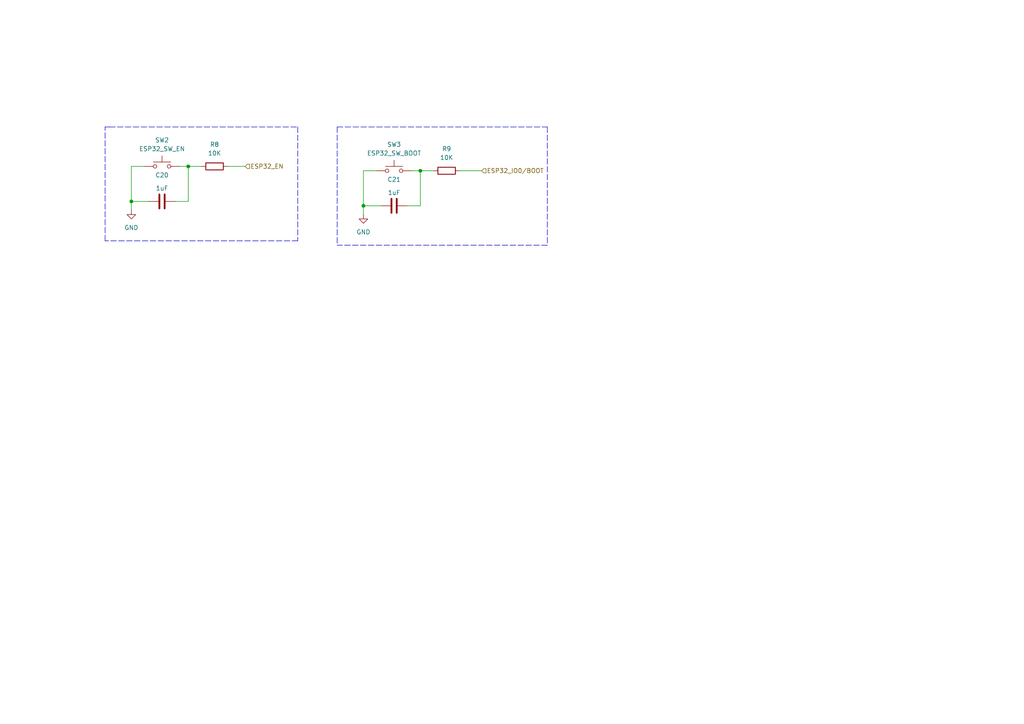
<source format=kicad_sch>
(kicad_sch (version 20211123) (generator eeschema)
  (paper "A4")
  (lib_symbols
    (symbol "Device:C" (pin_numbers hide) (pin_names (offset 0.254))
      (property "Reference" "C" (at 0.635 2.54 0))
      (property "Value" "C" (at 0.635 -2.54 0))
      (symbol "C_0_1"
        (polyline (pts (xy -2.032 -0.762) (xy 2.032 -0.762)) (stroke (width 0.508)))
        (polyline (pts (xy -2.032 0.762) (xy 2.032 0.762)) (stroke (width 0.508)))
      )
      (symbol "C_1_1"
        (pin passive line (at 0 3.81 270) (length 2.794) (name "~") (number "1"))
        (pin passive line (at 0 -3.81 90) (length 2.794) (name "~") (number "2"))
      )
    )
    (symbol "Device:R" (pin_numbers hide) (pin_names (offset 0))
      (property "Reference" "R" (at 2.032 0 90))
      (property "Value" "R" (at 0 0 90))
      (symbol "R_0_1"
        (rectangle (start -1.016 -2.54) (end 1.016 2.54) (stroke (width 0.254)))
      )
      (symbol "R_1_1"
        (pin passive line (at 0 3.81 270) (length 1.27) (name "~") (number "1"))
        (pin passive line (at 0 -3.81 90) (length 1.27) (name "~") (number "2"))
      )
    )
    (symbol "Switch:SW_Push" (pin_numbers hide) (pin_names (offset 1.016) hide)
      (property "Reference" "SW" (at 1.27 2.54 0))
      (property "Value" "SW_Push" (at 0 -1.524 0))
      (symbol "SW_Push_0_1"
        (circle (center -2.032 0) (radius 0.508))
        (polyline (pts (xy 0 1.27) (xy 0 3.048)))
        (polyline (pts (xy 2.54 1.27) (xy -2.54 1.27)))
        (circle (center 2.032 0) (radius 0.508))
        (pin passive line (at -5.08 0 0) (length 2.54) (name "1") (number "1"))
        (pin passive line (at 5.08 0 180) (length 2.54) (name "2") (number "2"))
      )
    )
    (symbol "power:GND" (power) (pin_names (offset 0))
      (property "Value" "GND" (at 0 -3.81 0))
      (symbol "GND_0_1"
        (polyline (pts (xy 0 0) (xy 0 -1.27) (xy 1.27 -1.27) (xy 0 -2.54) (xy -1.27 -1.27) (xy 0 -1.27)))
      )
      (symbol "GND_1_1"
        (pin power_in line (at 0 0 270) (length 0) hide (name "GND") (number "1"))
      )
    )
  )
  (junction (at 38.1 58.42))
  (junction (at 54.61 48.26))
  (junction (at 105.41 59.69))
  (junction (at 121.92 49.53))
  (wire (pts (xy 105.41 59.69) (xy 110.49 59.69)))
  (wire (pts (xy 41.91 48.26) (xy 38.1 48.26)))
  (wire (pts (xy 105.41 59.69) (xy 105.41 62.23)))
  (wire (pts (xy 38.1 58.42) (xy 43.18 58.42)))
  (wire (pts (xy 105.41 49.53) (xy 105.41 59.69)))
  (wire (pts (xy 118.11 59.69) (xy 121.92 59.69)))
  (wire (pts (xy 52.07 48.26) (xy 54.61 48.26)))
  (wire (pts (xy 133.35 49.53) (xy 139.7 49.53)))
  (wire (pts (xy 50.8 58.42) (xy 54.61 58.42)))
  (polyline (pts (xy 97.79 36.83) (xy 97.79 71.12)))
  (wire (pts (xy 54.61 48.26) (xy 58.42 48.26)))
  (wire (pts (xy 109.22 49.53) (xy 105.41 49.53)))
  (wire (pts (xy 38.1 58.42) (xy 38.1 60.96)))
  (polyline (pts (xy 158.75 71.12) (xy 97.79 71.12)))
  (polyline (pts (xy 30.48 36.83) (xy 31.75 36.83)))
  (wire (pts (xy 119.38 49.53) (xy 121.92 49.53)))
  (wire (pts (xy 121.92 49.53) (xy 125.73 49.53)))
  (polyline (pts (xy 31.75 36.83) (xy 86.36 36.83)))
  (polyline (pts (xy 86.36 36.83) (xy 86.36 69.85)))
  (wire (pts (xy 121.92 59.69) (xy 121.92 49.53)))
  (polyline (pts (xy 86.36 69.85) (xy 30.48 69.85)))
  (wire (pts (xy 66.04 48.26) (xy 71.12 48.26)))
  (polyline (pts (xy 97.79 36.83) (xy 158.75 36.83)))
  (polyline (pts (xy 158.75 36.83) (xy 158.75 71.12)))
  (polyline (pts (xy 30.48 69.85) (xy 30.48 36.83)))
  (wire (pts (xy 38.1 48.26) (xy 38.1 58.42)))
  (wire (pts (xy 54.61 58.42) (xy 54.61 48.26)))
  (hierarchical_label "ESP32_EN" (shape input) (at 71.12 48.26 0))
  (hierarchical_label "ESP32_IO0{slash}BOOT" (shape input) (at 139.7 49.53 0))
  (symbol (lib_id "Switch:SW_Push") (at 114.3 49.53 0) (unit 1)
    (property "Reference" "SW3" (at 114.3 41.91 0))
    (property "Value" "ESP32_SW_BOOT" (at 114.3 44.45 0))
    (property "Footprint" "Button_Switch_SMD:SW_SPST_B3U-1000P-B" (effects hide))
  )
  (symbol (lib_id "Device:C") (at 46.99 58.42 270) (unit 1)
    (property "Reference" "C20" (at 46.99 50.8 90))
    (property "Value" "1uF" (at 46.99 54.61 90))
    (property "Footprint" "Capacitor_SMD:C_0603_1608Metric_Pad1.08x0.95mm_HandSolder" (effects hide))
  )
  (symbol (lib_id "Switch:SW_Push") (at 46.99 48.26 0) (unit 1)
    (property "Reference" "SW2" (at 46.99 40.64 0))
    (property "Value" "ESP32_SW_EN" (at 46.99 43.18 0))
    (property "Footprint" "Button_Switch_SMD:SW_SPST_B3U-1000P-B" (effects hide))
  )
  (symbol (lib_id "power:GND") (at 105.41 62.23 0) (unit 1)
    (property "Reference" "#PWR029" (effects hide))
    (property "Value" "GND" (at 105.41 67.31 0))
  )
  (symbol (lib_id "Device:R") (at 62.23 48.26 90) (unit 1)
    (property "Reference" "R8" (at 62.23 41.91 90))
    (property "Value" "10K" (at 62.23 44.45 90))
    (property "Footprint" "Resistor_SMD:R_0603_1608Metric_Pad0.98x0.95mm_HandSolder" (effects hide))
  )
  (symbol (lib_id "Device:R") (at 129.54 49.53 90) (unit 1)
    (property "Reference" "R9" (at 129.54 43.18 90))
    (property "Value" "10K" (at 129.54 45.72 90))
    (property "Footprint" "Resistor_SMD:R_0603_1608Metric_Pad0.98x0.95mm_HandSolder" (effects hide))
  )
  (symbol (lib_id "power:GND") (at 38.1 60.96 0) (unit 1)
    (property "Reference" "#PWR028" (effects hide))
    (property "Value" "GND" (at 38.1 66.04 0))
  )
  (symbol (lib_id "Device:C") (at 114.3 59.69 270) (unit 1)
    (property "Reference" "C21" (at 114.3 52.07 90))
    (property "Value" "1uF" (at 114.3 55.88 90))
    (property "Footprint" "Capacitor_SMD:C_0603_1608Metric_Pad1.08x0.95mm_HandSolder" (effects hide))
  )
)
</source>
